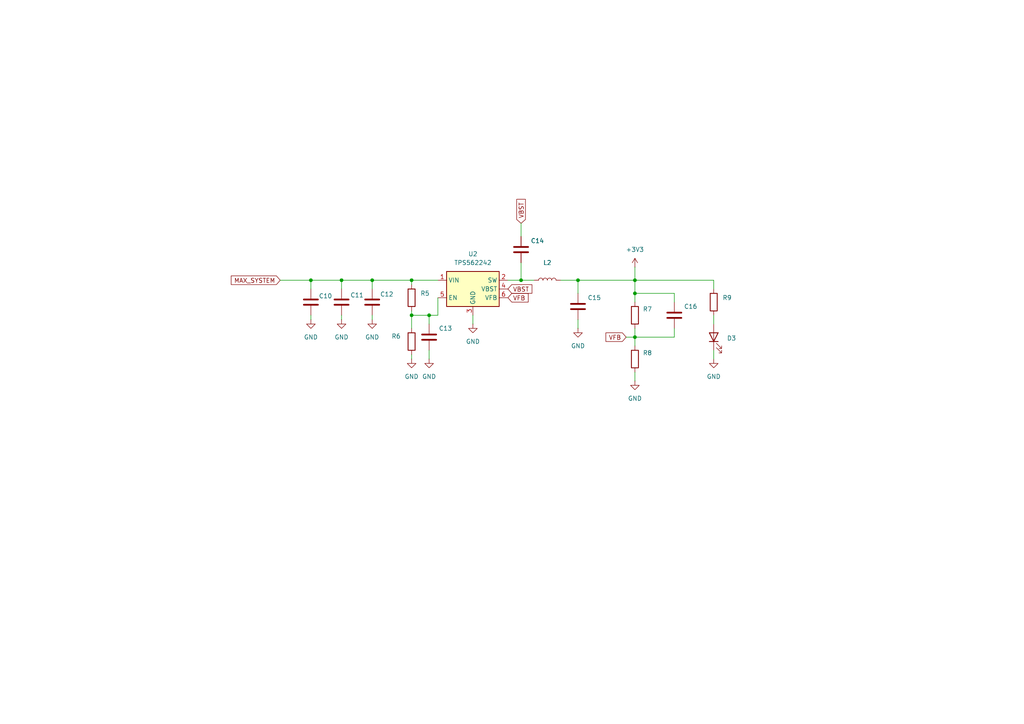
<source format=kicad_sch>
(kicad_sch (version 20231120) (generator "eeschema") (generator_version "8.0")
  (paper "A4")
  (lib_symbols
    (symbol "Device:C" (pin_numbers hide) (pin_names (offset 0.254))
      (property "Reference" "C" (at 0.635 2.54 0))
      (property "Value" "C" (at 0.635 -2.54 0))
      (symbol "C_0_1"
        (polyline (pts (xy -2.032 -0.762) (xy 2.032 -0.762)) (stroke (width 0.508)))
        (polyline (pts (xy -2.032 0.762) (xy 2.032 0.762)) (stroke (width 0.508)))
      )
      (symbol "C_1_1"
        (pin passive line (at 0 3.81 270) (length 2.794) (name "~") (number "1"))
        (pin passive line (at 0 -3.81 90) (length 2.794) (name "~") (number "2"))
      )
    )
    (symbol "Device:L" (pin_numbers hide) (pin_names (offset 1.016) hide)
      (property "Reference" "L" (at -1.27 0 90))
      (property "Value" "L" (at 1.905 0 90))
      (symbol "L_0_1"
        (arc (start 0 -2.54) (mid 0.6323 -1.905) (end 0 -1.27))
        (arc (start 0 -1.27) (mid 0.6323 -0.635) (end 0 0))
        (arc (start 0 0) (mid 0.6323 0.635) (end 0 1.27))
        (arc (start 0 1.27) (mid 0.6323 1.905) (end 0 2.54))
      )
      (symbol "L_1_1"
        (pin passive line (at 0 3.81 270) (length 1.27) (name "1") (number "1"))
        (pin passive line (at 0 -3.81 90) (length 1.27) (name "2") (number "2"))
      )
    )
    (symbol "Device:LED" (pin_numbers hide) (pin_names (offset 1.016) hide)
      (property "Reference" "D" (at 0 2.54 0))
      (property "Value" "LED" (at 0 -2.54 0))
      (symbol "LED_0_1"
        (polyline (pts (xy -1.27 -1.27) (xy -1.27 1.27)) (stroke (width 0.254)))
        (polyline (pts (xy -1.27 0) (xy 1.27 0)))
        (polyline (pts (xy 1.27 -1.27) (xy 1.27 1.27) (xy -1.27 0) (xy 1.27 -1.27)) (stroke (width 0.254)))
        (polyline (pts (xy -3.048 -0.762) (xy -4.572 -2.286) (xy -3.81 -2.286) (xy -4.572 -2.286) (xy -4.572 -1.524)))
        (polyline (pts (xy -1.778 -0.762) (xy -3.302 -2.286) (xy -2.54 -2.286) (xy -3.302 -2.286) (xy -3.302 -1.524)))
      )
      (symbol "LED_1_1"
        (pin passive line (at -3.81 0 0) (length 2.54) (name "K") (number "1"))
        (pin passive line (at 3.81 0 180) (length 2.54) (name "A") (number "2"))
      )
    )
    (symbol "Device:R" (pin_numbers hide) (pin_names (offset 0))
      (property "Reference" "R" (at 2.032 0 90))
      (property "Value" "R" (at 0 0 90))
      (symbol "R_0_1"
        (rectangle (start -1.016 -2.54) (end 1.016 2.54) (stroke (width 0.254)))
      )
      (symbol "R_1_1"
        (pin passive line (at 0 3.81 270) (length 1.27) (name "~") (number "1"))
        (pin passive line (at 0 -3.81 90) (length 1.27) (name "~") (number "2"))
      )
    )
    (symbol "Regulator_Switching:TPS562202"
      (property "Reference" "U" (at -7.62 6.35 0))
      (property "Value" "TPS562202" (at -2.54 6.35 0))
      (symbol "TPS562202_0_1"
        (rectangle (start -7.62 5.08) (end 7.62 -5.08) (stroke (width 0.254)) (fill (type background)))
      )
      (symbol "TPS562202_1_1"
        (pin power_in line (at -10.16 2.54 0) (length 2.54) (name "VIN") (number "1"))
        (pin output line (at 10.16 2.54 180) (length 2.54) (name "SW") (number "2"))
        (pin power_in line (at 0 -7.62 90) (length 2.54) (name "GND") (number "3"))
        (pin passive line (at 10.16 0 180) (length 2.54) (name "VBST") (number "4"))
        (pin input line (at -10.16 -2.54 0) (length 2.54) (name "EN") (number "5"))
        (pin input line (at 10.16 -2.54 180) (length 2.54) (name "VFB") (number "6"))
      )
    )
    (symbol "power:+3V3" (power) (pin_numbers hide) (pin_names (offset 0) hide)
      (property "Value" "+3V3" (at 0 3.556 0))
      (symbol "+3V3_0_1"
        (polyline (pts (xy -0.762 1.27) (xy 0 2.54)))
        (polyline (pts (xy 0 0) (xy 0 2.54)))
        (polyline (pts (xy 0 2.54) (xy 0.762 1.27)))
      )
      (symbol "+3V3_1_1"
        (pin power_in line (at 0 0 90) (length 0) (name "~") (number "1"))
      )
    )
    (symbol "power:GND" (power) (pin_numbers hide) (pin_names (offset 0) hide)
      (property "Value" "GND" (at 0 -3.81 0))
      (symbol "GND_0_1"
        (polyline (pts (xy 0 0) (xy 0 -1.27) (xy 1.27 -1.27) (xy 0 -2.54) (xy -1.27 -1.27) (xy 0 -1.27)))
      )
      (symbol "GND_1_1"
        (pin power_in line (at 0 0 270) (length 0) (name "~") (number "1"))
      )
    )
  )
  (junction (at 184.15 81.28))
  (junction (at 107.95 81.28))
  (junction (at 119.38 81.28))
  (junction (at 184.15 97.79))
  (junction (at 119.38 91.44))
  (junction (at 99.06 81.28))
  (junction (at 167.64 81.28))
  (junction (at 124.46 91.44))
  (junction (at 184.15 85.09))
  (junction (at 151.13 81.28))
  (junction (at 90.17 81.28))
  (wire (pts (xy 151.13 81.28) (xy 154.94 81.28)))
  (wire (pts (xy 184.15 95.25) (xy 184.15 97.79)))
  (wire (pts (xy 107.95 83.82) (xy 107.95 81.28)))
  (wire (pts (xy 184.15 97.79) (xy 184.15 100.33)))
  (wire (pts (xy 181.61 97.79) (xy 184.15 97.79)))
  (wire (pts (xy 147.32 81.28) (xy 151.13 81.28)))
  (wire (pts (xy 137.16 91.44) (xy 137.16 93.98)))
  (wire (pts (xy 90.17 83.82) (xy 90.17 81.28)))
  (wire (pts (xy 195.58 97.79) (xy 184.15 97.79)))
  (wire (pts (xy 184.15 81.28) (xy 207.01 81.28)))
  (wire (pts (xy 99.06 91.44) (xy 99.06 92.71)))
  (wire (pts (xy 207.01 81.28) (xy 207.01 83.82)))
  (wire (pts (xy 162.56 81.28) (xy 167.64 81.28)))
  (wire (pts (xy 90.17 81.28) (xy 99.06 81.28)))
  (wire (pts (xy 124.46 91.44) (xy 119.38 91.44)))
  (wire (pts (xy 151.13 64.77) (xy 151.13 68.58)))
  (wire (pts (xy 99.06 83.82) (xy 99.06 81.28)))
  (wire (pts (xy 184.15 107.95) (xy 184.15 110.49)))
  (wire (pts (xy 207.01 93.98) (xy 207.01 91.44)))
  (wire (pts (xy 207.01 104.14) (xy 207.01 101.6)))
  (wire (pts (xy 119.38 81.28) (xy 127 81.28)))
  (wire (pts (xy 127 86.36) (xy 127 91.44)))
  (wire (pts (xy 124.46 101.6) (xy 124.46 104.14)))
  (wire (pts (xy 90.17 91.44) (xy 90.17 92.71)))
  (wire (pts (xy 195.58 87.63) (xy 195.58 85.09)))
  (wire (pts (xy 119.38 82.55) (xy 119.38 81.28)))
  (wire (pts (xy 184.15 81.28) (xy 184.15 85.09)))
  (wire (pts (xy 124.46 91.44) (xy 124.46 93.98)))
  (wire (pts (xy 167.64 81.28) (xy 184.15 81.28)))
  (wire (pts (xy 151.13 76.2) (xy 151.13 81.28)))
  (wire (pts (xy 99.06 81.28) (xy 107.95 81.28)))
  (wire (pts (xy 127 91.44) (xy 124.46 91.44)))
  (wire (pts (xy 119.38 90.17) (xy 119.38 91.44)))
  (wire (pts (xy 81.28 81.28) (xy 90.17 81.28)))
  (wire (pts (xy 107.95 81.28) (xy 119.38 81.28)))
  (wire (pts (xy 167.64 92.71) (xy 167.64 95.25)))
  (wire (pts (xy 195.58 85.09) (xy 184.15 85.09)))
  (wire (pts (xy 184.15 77.47) (xy 184.15 81.28)))
  (wire (pts (xy 167.64 81.28) (xy 167.64 85.09)))
  (wire (pts (xy 107.95 91.44) (xy 107.95 92.71)))
  (wire (pts (xy 119.38 91.44) (xy 119.38 95.25)))
  (wire (pts (xy 195.58 95.25) (xy 195.58 97.79)))
  (wire (pts (xy 184.15 85.09) (xy 184.15 87.63)))
  (wire (pts (xy 119.38 102.87) (xy 119.38 104.14)))
  (global_label "MAX_SYSTEM" (shape input) (at 81.28 81.28 180) (property "Intersheetrefs" "${INTERSHEET_REFS}" (effects (hide yes))))
  (global_label "VBST" (shape input) (at 147.32 83.82 0) (property "Intersheetrefs" "${INTERSHEET_REFS}" (effects (hide yes))))
  (global_label "VFB" (shape input) (at 147.32 86.36 0) (property "Intersheetrefs" "${INTERSHEET_REFS}" (effects (hide yes))))
  (global_label "VBST" (shape input) (at 151.13 64.77 90) (property "Intersheetrefs" "${INTERSHEET_REFS}" (effects (hide yes))))
  (global_label "VFB" (shape input) (at 181.61 97.79 180) (property "Intersheetrefs" "${INTERSHEET_REFS}" (effects (hide yes))))
  (symbol (lib_id "Device:C") (at 167.64 88.9 0) (unit 1)
    (property "Reference" "C15" (at 170.434 86.36 0) (effects (justify left)))
    (property "Value" "22u/10V" (effects (hide yes)))
    (property "Footprint" "Capacitor_SMD:C_1206_3216Metric" (effects (hide yes)))
    (property "Description" "Unpolarized capacitor" (effects (hide yes)))
    (property "ID" "s.nikoubin" (effects (hide yes)))
    (property "MPN" " 81-GRM31CR71A226K15L" (effects (hide yes)))
  )
  (symbol (lib_id "Device:C") (at 99.06 87.63 0) (unit 1)
    (property "Reference" "C11" (at 101.6 85.598 0) (effects (justify left)))
    (property "Value" "10u/25V" (effects (hide yes)))
    (property "Footprint" "Capacitor_SMD:C_1206_3216Metric" (effects (hide yes)))
    (property "Description" "Unpolarized capacitor" (effects (hide yes)))
    (property "ID" "s.nikoubin" (effects (hide yes)))
  )
  (symbol (lib_id "Device:R") (at 184.15 91.44 0) (unit 1)
    (property "Reference" "R7" (at 186.436 89.662 0) (effects (justify left)))
    (property "Value" "75K" (effects (hide yes)))
    (property "Footprint" "Resistor_SMD:R_0603_1608Metric" (effects (hide yes)))
    (property "Description" "Resistor" (effects (hide yes)))
    (property "ID" "s.nikoubin" (effects (hide yes)))
  )
  (symbol (lib_id "Device:C") (at 151.13 72.39 0) (unit 1)
    (property "Reference" "C14" (at 153.924 69.85 0) (effects (justify left)))
    (property "Value" "100n/50V" (effects (hide yes)))
    (property "Footprint" "Capacitor_SMD:C_0603_1608Metric" (effects (hide yes)))
    (property "Description" "Unpolarized capacitor" (effects (hide yes)))
    (property "ID" "s.nikoubin" (effects (hide yes)))
  )
  (symbol (lib_id "power:GND") (at 167.64 95.25 0) (unit 1)
    (property "Reference" "#PWR017" (effects (hide yes)))
    (property "Value" "GND" (at 167.64 100.33 0))
    (property "Description" "Power symbol creates a global label with name \"GND\" , ground" (effects (hide yes)))
  )
  (symbol (lib_id "Device:C") (at 124.46 97.79 0) (unit 1)
    (property "Reference" "C13" (at 127.254 95.25 0) (effects (justify left)))
    (property "Value" "10n/50V" (effects (hide yes)))
    (property "Footprint" "Capacitor_SMD:C_1206_3216Metric" (effects (hide yes)))
    (property "Description" "Unpolarized capacitor" (effects (hide yes)))
    (property "ID" "s.nikoubin" (effects (hide yes)))
  )
  (symbol (lib_id "power:GND") (at 90.17 92.71 0) (unit 1)
    (property "Reference" "#PWR011" (effects (hide yes)))
    (property "Value" "GND" (at 90.17 97.79 0))
    (property "Description" "Power symbol creates a global label with name \"GND\" , ground" (effects (hide yes)))
  )
  (symbol (lib_id "Device:C") (at 90.17 87.63 0) (unit 1)
    (property "Reference" "C10" (at 92.456 85.852 0) (effects (justify left)))
    (property "Value" "10u/25V" (effects (hide yes)))
    (property "Footprint" "Capacitor_SMD:C_1206_3216Metric" (effects (hide yes)))
    (property "Description" "Unpolarized capacitor" (effects (hide yes)))
    (property "ID" "s.nikoubin" (effects (hide yes)))
  )
  (symbol (lib_id "power:GND") (at 107.95 92.71 0) (unit 1)
    (property "Reference" "#PWR013" (effects (hide yes)))
    (property "Value" "GND" (at 107.95 97.79 0))
    (property "Description" "Power symbol creates a global label with name \"GND\" , ground" (effects (hide yes)))
  )
  (symbol (lib_id "Device:R") (at 184.15 104.14 0) (unit 1)
    (property "Reference" "R8" (at 186.436 102.362 0) (effects (justify left)))
    (property "Value" "24k" (effects (hide yes)))
    (property "Footprint" "Resistor_SMD:R_0603_1608Metric" (effects (hide yes)))
    (property "Description" "Resistor" (effects (hide yes)))
    (property "ID" "s.nikoubin" (effects (hide yes)))
  )
  (symbol (lib_id "Device:R") (at 207.01 87.63 0) (unit 1)
    (property "Reference" "R9" (at 209.55 86.3599 0) (effects (justify left)))
    (property "Value" "270R" (effects (hide yes)))
    (property "Footprint" "Resistor_SMD:R_0603_1608Metric" (effects (hide yes)))
    (property "Description" "Resistor" (effects (hide yes)))
    (property "ID" "s.nikoubin" (effects (hide yes)))
  )
  (symbol (lib_id "power:GND") (at 124.46 104.14 0) (unit 1)
    (property "Reference" "#PWR015" (effects (hide yes)))
    (property "Value" "GND" (at 124.46 109.22 0))
    (property "Description" "Power symbol creates a global label with name \"GND\" , ground" (effects (hide yes)))
  )
  (symbol (lib_id "Device:R") (at 119.38 99.06 0) (unit 1)
    (property "Reference" "R6" (at 113.538 97.536 0) (effects (justify left)))
    (property "Value" "20k" (effects (hide yes)))
    (property "Footprint" "Resistor_SMD:R_0603_1608Metric" (effects (hide yes)))
    (property "Description" "Resistor" (effects (hide yes)))
    (property "ID" "s.nikoubin" (effects (hide yes)))
  )
  (symbol (lib_id "Device:C") (at 107.95 87.63 0) (unit 1)
    (property "Reference" "C12" (at 110.236 85.344 0) (effects (justify left)))
    (property "Value" "100n/50V" (effects (hide yes)))
    (property "Footprint" "Capacitor_SMD:C_0603_1608Metric" (effects (hide yes)))
    (property "Description" "Unpolarized capacitor" (effects (hide yes)))
    (property "ID" "s.nikoubin" (effects (hide yes)))
  )
  (symbol (lib_id "Device:C") (at 195.58 91.44 0) (unit 1)
    (property "Reference" "C16" (at 198.374 88.9 0) (effects (justify left)))
    (property "Value" "33p/50V" (effects (hide yes)))
    (property "Footprint" "Capacitor_SMD:C_0603_1608Metric" (effects (hide yes)))
    (property "Description" "Unpolarized capacitor" (effects (hide yes)))
    (property "ID" "s.nikoubin" (effects (hide yes)))
  )
  (symbol (lib_id "Regulator_Switching:TPS562202") (at 137.16 83.82 0) (unit 1)
    (property "Reference" "U2" (at 137.16 73.66 0))
    (property "Value" "TPS562242" (at 137.16 76.2 0))
    (property "Footprint" "Package_TO_SOT_SMD:SOT-563" (effects (hide yes)))
    (property "Datasheet" "https://www.ti.com/lit/gpn/tps562202" (effects (hide yes)))
    (property "Description" "2A Synchronous Step-Down Voltage Regulator 580kHz, adjustable output voltage, 4.5-17V Input Voltage, 0.804V-7V Output Voltage, SOT-563" (effects (hide yes)))
    (property "MPN" "595-TPS562242DRLR" (effects (hide yes)))
    (property "ID" "s.nikoubin" (effects (hide yes)))
  )
  (symbol (lib_id "Device:L") (at 158.75 81.28 90) (unit 1)
    (property "Reference" "L2" (at 158.75 76.2 90))
    (property "Value" "2u2" (effects (hide yes)))
    (property "Footprint" "Inductor_SMD:L_Taiyo-Yuden_NR-24xx" (effects (hide yes)))
    (property "Datasheet" "https://www.mouser.de/datasheet/2/396/wound04_e-1290968.pdf" (effects (hide yes)))
    (property "Description" "Inductor" (effects (hide yes)))
    (property "ID" "s.nikoubin" (effects (hide yes)))
    (property "MPN" "963-NRH2410T2R2MN" (effects (hide yes)))
  )
  (symbol (lib_id "power:GND") (at 207.01 104.14 0) (unit 1)
    (property "Reference" "#PWR020" (effects (hide yes)))
    (property "Value" "GND" (at 207.01 109.22 0))
    (property "Description" "Power symbol creates a global label with name \"GND\" , ground" (effects (hide yes)))
  )
  (symbol (lib_id "power:GND") (at 119.38 104.14 0) (unit 1)
    (property "Reference" "#PWR014" (effects (hide yes)))
    (property "Value" "GND" (at 119.38 109.22 0))
    (property "Description" "Power symbol creates a global label with name \"GND\" , ground" (effects (hide yes)))
  )
  (symbol (lib_id "power:GND") (at 184.15 110.49 0) (unit 1)
    (property "Reference" "#PWR019" (effects (hide yes)))
    (property "Value" "GND" (at 184.15 115.57 0))
    (property "Description" "Power symbol creates a global label with name \"GND\" , ground" (effects (hide yes)))
  )
  (symbol (lib_id "power:GND") (at 137.16 93.98 0) (unit 1)
    (property "Reference" "#PWR016" (effects (hide yes)))
    (property "Value" "GND" (at 137.16 99.06 0))
    (property "Description" "Power symbol creates a global label with name \"GND\" , ground" (effects (hide yes)))
  )
  (symbol (lib_id "power:GND") (at 99.06 92.71 0) (unit 1)
    (property "Reference" "#PWR012" (effects (hide yes)))
    (property "Value" "GND" (at 99.06 97.79 0))
    (property "Description" "Power symbol creates a global label with name \"GND\" , ground" (effects (hide yes)))
  )
  (symbol (lib_id "power:+3V3") (at 184.15 77.47 0) (unit 1)
    (property "Reference" "#PWR018" (effects (hide yes)))
    (property "Value" "+3V3" (at 184.15 72.39 0))
    (property "Description" "Power symbol creates a global label with name \"+3V3\"" (effects (hide yes)))
  )
  (symbol (lib_id "Device:LED") (at 207.01 97.79 90) (unit 1)
    (property "Reference" "D3" (at 210.82 98.1074 90) (effects (justify right)))
    (property "Value" "LED_green" (effects (hide yes)))
    (property "Footprint" "LED_SMD:LED_0603_1608Metric_Pad1.05x0.95mm_HandSolder" (effects (hide yes)))
    (property "Description" "Light emitting diode" (effects (hide yes)))
    (property "ID" "s.nikoubin" (effects (hide yes)))
    (property "MPN" "710-150060VS75000" (effects (hide yes)))
  )
  (symbol (lib_id "Device:R") (at 119.38 86.36 0) (unit 1)
    (property "Reference" "R5" (at 121.92 85.0899 0) (effects (justify left)))
    (property "Value" "47k" (effects (hide yes)))
    (property "Footprint" "Resistor_SMD:R_0603_1608Metric" (effects (hide yes)))
    (property "Description" "Resistor" (effects (hide yes)))
    (property "ID" "s.nikoubin" (effects (hide yes)))
  )
)
</source>
